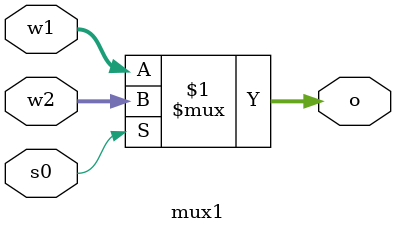
<source format=sv>
`timescale 1ns / 1ps

module mux1(
    input s0,
    input [3:0] w1,
    input [3:0] w2,
    output [3:0] o
    );
    

assign o = s0? w2:w1;

endmodule

</source>
